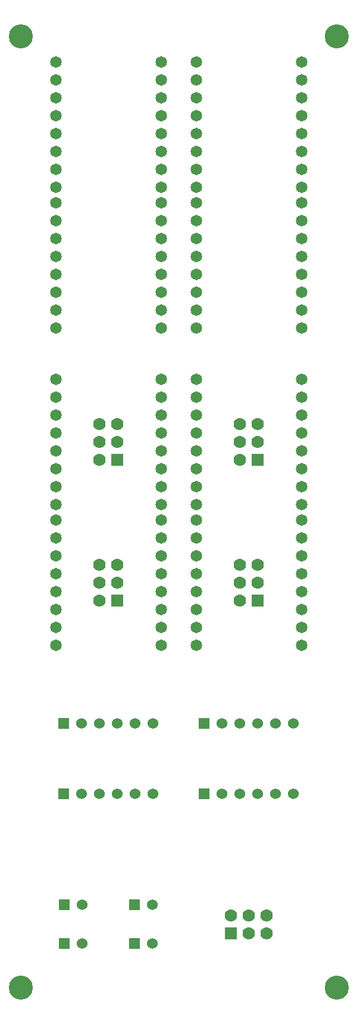
<source format=gbs>
G04 (created by PCBNEW (2013-mar-13)-testing) date Tue 12 Nov 2013 05:22:57 PM PST*
%MOIN*%
G04 Gerber Fmt 3.4, Leading zero omitted, Abs format*
%FSLAX34Y34*%
G01*
G70*
G90*
G04 APERTURE LIST*
%ADD10C,0.005906*%
%ADD11C,0.065000*%
%ADD12R,0.060000X0.060000*%
%ADD13C,0.060000*%
%ADD14R,0.070000X0.070000*%
%ADD15C,0.070000*%
%ADD16C,0.135000*%
G04 APERTURE END LIST*
G54D10*
G54D11*
X20669Y-37838D03*
X20669Y-38838D03*
X20669Y-39838D03*
X20669Y-40838D03*
X20669Y-41838D03*
X20669Y-42838D03*
X20669Y-43838D03*
X20669Y-44838D03*
X26574Y-44838D03*
X26574Y-43838D03*
X26574Y-42838D03*
X26574Y-41838D03*
X26574Y-40838D03*
X26574Y-39838D03*
X26574Y-38838D03*
X26574Y-37838D03*
X20669Y-45712D03*
X20669Y-46712D03*
X20669Y-47712D03*
X20669Y-48712D03*
X20669Y-49712D03*
X20669Y-50712D03*
X20669Y-51712D03*
X20669Y-52712D03*
X26574Y-52712D03*
X26574Y-51712D03*
X26574Y-50712D03*
X26574Y-49712D03*
X26574Y-48712D03*
X26574Y-47712D03*
X26574Y-46712D03*
X26574Y-45712D03*
X28543Y-37838D03*
X28543Y-38838D03*
X28543Y-39838D03*
X28543Y-40838D03*
X28543Y-41838D03*
X28543Y-42838D03*
X28543Y-43838D03*
X28543Y-44838D03*
X34448Y-44838D03*
X34448Y-43838D03*
X34448Y-42838D03*
X34448Y-41838D03*
X34448Y-40838D03*
X34448Y-39838D03*
X34448Y-38838D03*
X34448Y-37838D03*
X28543Y-45712D03*
X28543Y-46712D03*
X28543Y-47712D03*
X28543Y-48712D03*
X28543Y-49712D03*
X28543Y-50712D03*
X28543Y-51712D03*
X28543Y-52712D03*
X34448Y-52712D03*
X34448Y-51712D03*
X34448Y-50712D03*
X34448Y-49712D03*
X34448Y-48712D03*
X34448Y-47712D03*
X34448Y-46712D03*
X34448Y-45712D03*
X20669Y-20122D03*
X20669Y-21122D03*
X20669Y-22122D03*
X20669Y-23122D03*
X20669Y-24122D03*
X20669Y-25122D03*
X20669Y-26122D03*
X20669Y-27122D03*
X26574Y-27122D03*
X26574Y-26122D03*
X26574Y-25122D03*
X26574Y-24122D03*
X26574Y-23122D03*
X26574Y-22122D03*
X26574Y-21122D03*
X26574Y-20122D03*
X20669Y-27996D03*
X20669Y-28996D03*
X20669Y-29996D03*
X20669Y-30996D03*
X20669Y-31996D03*
X20669Y-32996D03*
X20669Y-33996D03*
X20669Y-34996D03*
X26574Y-34996D03*
X26574Y-33996D03*
X26574Y-32996D03*
X26574Y-31996D03*
X26574Y-30996D03*
X26574Y-29996D03*
X26574Y-28996D03*
X26574Y-27996D03*
X28543Y-20122D03*
X28543Y-21122D03*
X28543Y-22122D03*
X28543Y-23122D03*
X28543Y-24122D03*
X28543Y-25122D03*
X28543Y-26122D03*
X28543Y-27122D03*
X34448Y-27122D03*
X34448Y-26122D03*
X34448Y-25122D03*
X34448Y-24122D03*
X34448Y-23122D03*
X34448Y-22122D03*
X34448Y-21122D03*
X34448Y-20122D03*
X28543Y-27996D03*
X28543Y-28996D03*
X28543Y-29996D03*
X28543Y-30996D03*
X28543Y-31996D03*
X28543Y-32996D03*
X28543Y-33996D03*
X28543Y-34996D03*
X34448Y-34996D03*
X34448Y-33996D03*
X34448Y-32996D03*
X34448Y-31996D03*
X34448Y-30996D03*
X34448Y-29996D03*
X34448Y-28996D03*
X34448Y-27996D03*
G54D12*
X21153Y-67224D03*
G54D13*
X22153Y-67224D03*
G54D12*
X21122Y-57086D03*
G54D13*
X22122Y-57086D03*
X23122Y-57086D03*
X24122Y-57086D03*
X25122Y-57086D03*
X26122Y-57086D03*
G54D12*
X25090Y-67224D03*
G54D13*
X26090Y-67224D03*
G54D12*
X21122Y-61023D03*
G54D13*
X22122Y-61023D03*
X23122Y-61023D03*
X24122Y-61023D03*
X25122Y-61023D03*
X26122Y-61023D03*
G54D12*
X25090Y-69389D03*
G54D13*
X26090Y-69389D03*
G54D12*
X28996Y-57086D03*
G54D13*
X29996Y-57086D03*
X30996Y-57086D03*
X31996Y-57086D03*
X32996Y-57086D03*
X33996Y-57086D03*
G54D12*
X21153Y-69389D03*
G54D13*
X22153Y-69389D03*
G54D12*
X28996Y-61023D03*
G54D13*
X29996Y-61023D03*
X30996Y-61023D03*
X31996Y-61023D03*
X32996Y-61023D03*
X33996Y-61023D03*
G54D14*
X30496Y-68807D03*
G54D15*
X30496Y-67807D03*
X31496Y-68807D03*
X31496Y-67807D03*
X32496Y-68807D03*
X32496Y-67807D03*
G54D14*
X31996Y-50212D03*
G54D15*
X30996Y-50212D03*
X31996Y-49212D03*
X30996Y-49212D03*
X31996Y-48212D03*
X30996Y-48212D03*
G54D14*
X31996Y-42338D03*
G54D15*
X30996Y-42338D03*
X31996Y-41338D03*
X30996Y-41338D03*
X31996Y-40338D03*
X30996Y-40338D03*
G54D14*
X24122Y-50212D03*
G54D15*
X23122Y-50212D03*
X24122Y-49212D03*
X23122Y-49212D03*
X24122Y-48212D03*
X23122Y-48212D03*
G54D14*
X24122Y-42338D03*
G54D15*
X23122Y-42338D03*
X24122Y-41338D03*
X23122Y-41338D03*
X24122Y-40338D03*
X23122Y-40338D03*
G54D16*
X18700Y-18700D03*
X36417Y-18700D03*
X36417Y-71850D03*
X18700Y-71850D03*
M02*

</source>
